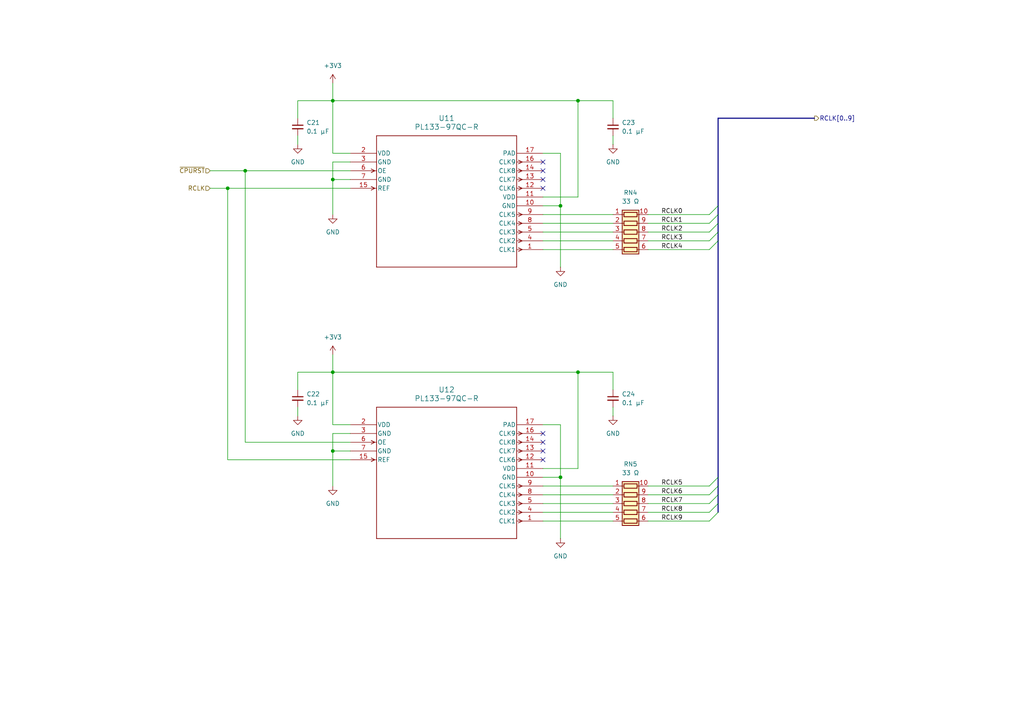
<source format=kicad_sch>
(kicad_sch (version 20231120) (generator "eeschema") (generator_version "8.0")
  (paper "A4")
  (title_block (title "RVFS RCLK Fanout") (date "2024-08-17") (rev "0.0.1") (comment 3 "RCLK is provided only to CPU slots.") (comment 4 "Clocks for (CPU) slots 0-9 are gated by the CPU reset signal."))
  (lib_symbols
    (symbol "Device:C_Small" (pin_numbers hide) (pin_names (offset 0.254) hide)
      (property "Reference" "C" (at 0.254 1.778 0))
      (property "Value" "C_Small" (at 0.254 -2.032 0))
      (symbol "C_Small_0_1"
        (polyline (pts (xy -1.524 -0.508) (xy 1.524 -0.508)) (stroke (width 0.3302)))
        (polyline (pts (xy -1.524 0.508) (xy 1.524 0.508)) (stroke (width 0.3048)))
      )
      (symbol "C_Small_1_1"
        (pin passive line (at 0 2.54 270) (length 2.032) (name "~") (number "1"))
        (pin passive line (at 0 -2.54 90) (length 2.032) (name "~") (number "2"))
      )
    )
    (symbol "Device:R_Pack05" (pin_names (offset 0) hide)
      (property "Reference" "RN" (at -7.62 0 90))
      (property "Value" "R_Pack05" (at 7.62 0 90))
      (symbol "R_Pack05_0_1"
        (rectangle (start -6.35 -2.413) (end 6.35 2.413) (stroke (width 0.254)) (fill (type background)))
        (rectangle (start -5.715 1.905) (end -4.445 -1.905) (stroke (width 0.254)))
        (rectangle (start -3.175 1.905) (end -1.905 -1.905) (stroke (width 0.254)))
        (rectangle (start -0.635 1.905) (end 0.635 -1.905) (stroke (width 0.254)))
        (polyline (pts (xy -5.08 -2.54) (xy -5.08 -1.905)))
        (polyline (pts (xy -5.08 1.905) (xy -5.08 2.54)))
        (polyline (pts (xy -2.54 -2.54) (xy -2.54 -1.905)))
        (polyline (pts (xy -2.54 1.905) (xy -2.54 2.54)))
        (polyline (pts (xy 0 -2.54) (xy 0 -1.905)))
        (polyline (pts (xy 0 1.905) (xy 0 2.54)))
        (polyline (pts (xy 2.54 -2.54) (xy 2.54 -1.905)))
        (polyline (pts (xy 2.54 1.905) (xy 2.54 2.54)))
        (polyline (pts (xy 5.08 -2.54) (xy 5.08 -1.905)))
        (polyline (pts (xy 5.08 1.905) (xy 5.08 2.54)))
        (rectangle (start 1.905 1.905) (end 3.175 -1.905) (stroke (width 0.254)))
        (rectangle (start 4.445 1.905) (end 5.715 -1.905) (stroke (width 0.254)))
      )
      (symbol "R_Pack05_1_1"
        (pin passive line (at -5.08 -5.08 90) (length 2.54) (name "R1.1") (number "1"))
        (pin passive line (at -5.08 5.08 270) (length 2.54) (name "R1.2") (number "10"))
        (pin passive line (at -2.54 -5.08 90) (length 2.54) (name "R2.1") (number "2"))
        (pin passive line (at 0 -5.08 90) (length 2.54) (name "R3.1") (number "3"))
        (pin passive line (at 2.54 -5.08 90) (length 2.54) (name "R4.1") (number "4"))
        (pin passive line (at 5.08 -5.08 90) (length 2.54) (name "R5.1") (number "5"))
        (pin passive line (at 5.08 5.08 270) (length 2.54) (name "R5.2") (number "6"))
        (pin passive line (at 2.54 5.08 270) (length 2.54) (name "R4.2") (number "7"))
        (pin passive line (at 0 5.08 270) (length 2.54) (name "R3.2") (number "8"))
        (pin passive line (at -2.54 5.08 270) (length 2.54) (name "R2.2") (number "9"))
      )
    )
    (symbol "PL133-97Qx:PL133-97QC-R" (pin_names (offset 0.254))
      (property "Reference" "U" (at 27.94 10.16 0))
      (property "Value" "PL133-97QC-R" (at 27.94 7.62 0))
      (symbol "PL133-97QC-R_0_1"
        (polyline (pts (xy 7.0993 -10.16) (xy 6.0579 -10.6807)) (stroke (width 0.2032)))
        (polyline (pts (xy 7.0993 -10.16) (xy 6.0579 -9.6393)) (stroke (width 0.2032)))
        (polyline (pts (xy 7.0993 -5.08) (xy 6.0579 -5.6007)) (stroke (width 0.2032)))
        (polyline (pts (xy 7.0993 -5.08) (xy 6.0579 -4.5593)) (stroke (width 0.2032)))
        (polyline (pts (xy 7.62 -33.02) (xy 48.26 -33.02)) (stroke (width 0.2032)))
        (polyline (pts (xy 7.62 5.08) (xy 7.62 -33.02)) (stroke (width 0.2032)))
        (polyline (pts (xy 48.26 -33.02) (xy 48.26 5.08)) (stroke (width 0.2032)))
        (polyline (pts (xy 48.26 5.08) (xy 7.62 5.08)) (stroke (width 0.2032)))
        (polyline (pts (xy 48.7807 -28.4607) (xy 49.8221 -27.94)) (stroke (width 0.2032)))
        (polyline (pts (xy 48.7807 -27.4193) (xy 49.8221 -27.94)) (stroke (width 0.2032)))
        (polyline (pts (xy 48.7807 -25.9207) (xy 49.8221 -25.4)) (stroke (width 0.2032)))
        (polyline (pts (xy 48.7807 -24.8793) (xy 49.8221 -25.4)) (stroke (width 0.2032)))
        (polyline (pts (xy 48.7807 -23.3807) (xy 49.8221 -22.86)) (stroke (width 0.2032)))
        (polyline (pts (xy 48.7807 -22.3393) (xy 49.8221 -22.86)) (stroke (width 0.2032)))
        (polyline (pts (xy 48.7807 -20.8407) (xy 49.8221 -20.32)) (stroke (width 0.2032)))
        (polyline (pts (xy 48.7807 -19.7993) (xy 49.8221 -20.32)) (stroke (width 0.2032)))
        (polyline (pts (xy 48.7807 -18.3007) (xy 49.8221 -17.78)) (stroke (width 0.2032)))
        (polyline (pts (xy 48.7807 -17.2593) (xy 49.8221 -17.78)) (stroke (width 0.2032)))
        (polyline (pts (xy 48.7807 -10.6807) (xy 49.8221 -10.16)) (stroke (width 0.2032)))
        (polyline (pts (xy 48.7807 -9.6393) (xy 49.8221 -10.16)) (stroke (width 0.2032)))
        (polyline (pts (xy 48.7807 -8.1407) (xy 49.8221 -7.62)) (stroke (width 0.2032)))
        (polyline (pts (xy 48.7807 -7.0993) (xy 49.8221 -7.62)) (stroke (width 0.2032)))
        (polyline (pts (xy 48.7807 -5.6007) (xy 49.8221 -5.08)) (stroke (width 0.2032)))
        (polyline (pts (xy 48.7807 -4.5593) (xy 49.8221 -5.08)) (stroke (width 0.2032)))
        (polyline (pts (xy 48.7807 -3.0607) (xy 49.8221 -2.54)) (stroke (width 0.2032)))
        (polyline (pts (xy 48.7807 -2.0193) (xy 49.8221 -2.54)) (stroke (width 0.2032)))
        (pin output line (at 55.88 -27.94 180) (length 7.62) (name "CLK1") (number "1"))
        (pin power_in line (at 55.88 -15.24 180) (length 7.62) (name "GND") (number "10"))
        (pin power_in line (at 55.88 -12.7 180) (length 7.62) (name "VDD") (number "11"))
        (pin output line (at 55.88 -10.16 180) (length 7.62) (name "CLK6") (number "12"))
        (pin output line (at 55.88 -7.62 180) (length 7.62) (name "CLK7") (number "13"))
        (pin output line (at 55.88 -5.08 180) (length 7.62) (name "CLK8") (number "14"))
        (pin input line (at 0 -10.16 0) (length 7.62) (name "REF") (number "15"))
        (pin output line (at 55.88 -2.54 180) (length 7.62) (name "CLK9") (number "16"))
        (pin power_in line (at 0 0 0) (length 7.62) (name "VDD") (number "2"))
        (pin power_in line (at 0 -2.54 0) (length 7.62) (name "GND") (number "3"))
        (pin output line (at 55.88 -25.4 180) (length 7.62) (name "CLK2") (number "4"))
        (pin output line (at 55.88 -22.86 180) (length 7.62) (name "CLK3") (number "5"))
        (pin input line (at 0 -5.08 0) (length 7.62) (name "OE") (number "6"))
        (pin power_in line (at 0 -7.62 0) (length 7.62) (name "GND") (number "7"))
        (pin output line (at 55.88 -20.32 180) (length 7.62) (name "CLK4") (number "8"))
        (pin output line (at 55.88 -17.78 180) (length 7.62) (name "CLK5") (number "9"))
      )
      (symbol "PL133-97QC-R_1_1"
        (pin power_in line (at 55.88 0 180) (length 7.62) (name "PAD") (number "17"))
      )
    )
    (symbol "power:+3V3" (power) (pin_numbers hide) (pin_names (offset 0) hide)
      (property "Value" "+3V3" (at 0 3.556 0))
      (symbol "+3V3_0_1"
        (polyline (pts (xy -0.762 1.27) (xy 0 2.54)))
        (polyline (pts (xy 0 0) (xy 0 2.54)))
        (polyline (pts (xy 0 2.54) (xy 0.762 1.27)))
      )
      (symbol "+3V3_1_1"
        (pin power_in line (at 0 0 90) (length 0) (name "~") (number "1"))
      )
    )
    (symbol "power:GND" (power) (pin_numbers hide) (pin_names (offset 0) hide)
      (property "Value" "GND" (at 0 -3.81 0))
      (symbol "GND_0_1"
        (polyline (pts (xy 0 0) (xy 0 -1.27) (xy 1.27 -1.27) (xy 0 -2.54) (xy -1.27 -1.27) (xy 0 -1.27)))
      )
      (symbol "GND_1_1"
        (pin power_in line (at 0 0 270) (length 0) (name "~") (number "1"))
      )
    )
  )
  (junction (at 162.56 59.69))
  (junction (at 167.64 107.95))
  (junction (at 96.52 29.21))
  (junction (at 71.12 49.53))
  (junction (at 167.64 29.21))
  (junction (at 96.52 107.95))
  (junction (at 66.04 54.61))
  (junction (at 162.56 138.43))
  (junction (at 96.52 52.07))
  (junction (at 96.52 130.81))
  (no_connect (at 157.48 46.99))
  (no_connect (at 157.48 130.81))
  (no_connect (at 157.48 49.53))
  (no_connect (at 157.48 125.73))
  (no_connect (at 157.48 52.07))
  (no_connect (at 157.48 128.27))
  (no_connect (at 157.48 133.35))
  (no_connect (at 157.48 54.61))
  (bus_entry (at 208.28 64.77) (size -2.54 2.54))
  (bus_entry (at 208.28 69.85) (size -2.54 2.54))
  (bus_entry (at 208.28 148.59) (size -2.54 2.54))
  (bus_entry (at 208.28 62.23) (size -2.54 2.54))
  (bus_entry (at 208.28 67.31) (size -2.54 2.54))
  (bus_entry (at 208.28 146.05) (size -2.54 2.54))
  (bus_entry (at 208.28 138.43) (size -2.54 2.54))
  (bus_entry (at 208.28 143.51) (size -2.54 2.54))
  (bus_entry (at 208.28 59.69) (size -2.54 2.54))
  (bus_entry (at 208.28 140.97) (size -2.54 2.54))
  (wire (pts (xy 96.52 52.07) (xy 96.52 62.23)))
  (wire (pts (xy 96.52 130.81) (xy 96.52 140.97)))
  (wire (pts (xy 60.96 49.53) (xy 71.12 49.53)))
  (bus (pts (xy 208.28 67.31) (xy 208.28 69.85)))
  (wire (pts (xy 157.48 72.39) (xy 177.8 72.39)))
  (wire (pts (xy 157.48 57.15) (xy 167.64 57.15)))
  (wire (pts (xy 96.52 107.95) (xy 96.52 123.19)))
  (wire (pts (xy 101.6 46.99) (xy 96.52 46.99)))
  (wire (pts (xy 96.52 107.95) (xy 86.36 107.95)))
  (wire (pts (xy 187.96 67.31) (xy 205.74 67.31)))
  (wire (pts (xy 96.52 46.99) (xy 96.52 52.07)))
  (wire (pts (xy 96.52 102.87) (xy 96.52 107.95)))
  (wire (pts (xy 162.56 123.19) (xy 162.56 138.43)))
  (wire (pts (xy 177.8 39.37) (xy 177.8 41.91)))
  (wire (pts (xy 96.52 52.07) (xy 101.6 52.07)))
  (bus (pts (xy 208.28 143.51) (xy 208.28 146.05)))
  (wire (pts (xy 86.36 39.37) (xy 86.36 41.91)))
  (wire (pts (xy 157.48 69.85) (xy 177.8 69.85)))
  (wire (pts (xy 101.6 123.19) (xy 96.52 123.19)))
  (wire (pts (xy 187.96 72.39) (xy 205.74 72.39)))
  (wire (pts (xy 157.48 123.19) (xy 162.56 123.19)))
  (wire (pts (xy 187.96 146.05) (xy 205.74 146.05)))
  (wire (pts (xy 187.96 69.85) (xy 205.74 69.85)))
  (wire (pts (xy 71.12 128.27) (xy 71.12 49.53)))
  (bus (pts (xy 208.28 138.43) (xy 208.28 140.97)))
  (wire (pts (xy 101.6 125.73) (xy 96.52 125.73)))
  (wire (pts (xy 162.56 138.43) (xy 162.56 156.21)))
  (wire (pts (xy 60.96 54.61) (xy 66.04 54.61)))
  (wire (pts (xy 187.96 151.13) (xy 205.74 151.13)))
  (wire (pts (xy 157.48 135.89) (xy 167.64 135.89)))
  (wire (pts (xy 177.8 107.95) (xy 177.8 113.03)))
  (wire (pts (xy 162.56 59.69) (xy 162.56 77.47)))
  (wire (pts (xy 157.48 151.13) (xy 177.8 151.13)))
  (wire (pts (xy 157.48 146.05) (xy 177.8 146.05)))
  (wire (pts (xy 157.48 138.43) (xy 162.56 138.43)))
  (wire (pts (xy 167.64 107.95) (xy 167.64 135.89)))
  (wire (pts (xy 157.48 143.51) (xy 177.8 143.51)))
  (bus (pts (xy 208.28 59.69) (xy 208.28 62.23)))
  (wire (pts (xy 157.48 59.69) (xy 162.56 59.69)))
  (bus (pts (xy 208.28 34.29) (xy 208.28 59.69)))
  (wire (pts (xy 96.52 24.13) (xy 96.52 29.21)))
  (wire (pts (xy 177.8 118.11) (xy 177.8 120.65)))
  (wire (pts (xy 66.04 133.35) (xy 101.6 133.35)))
  (wire (pts (xy 66.04 54.61) (xy 101.6 54.61)))
  (wire (pts (xy 157.48 67.31) (xy 177.8 67.31)))
  (wire (pts (xy 86.36 107.95) (xy 86.36 113.03)))
  (wire (pts (xy 187.96 140.97) (xy 205.74 140.97)))
  (wire (pts (xy 96.52 29.21) (xy 96.52 44.45)))
  (wire (pts (xy 167.64 29.21) (xy 167.64 57.15)))
  (wire (pts (xy 157.48 64.77) (xy 177.8 64.77)))
  (wire (pts (xy 96.52 125.73) (xy 96.52 130.81)))
  (wire (pts (xy 101.6 44.45) (xy 96.52 44.45)))
  (wire (pts (xy 157.48 44.45) (xy 162.56 44.45)))
  (wire (pts (xy 167.64 107.95) (xy 177.8 107.95)))
  (wire (pts (xy 187.96 64.77) (xy 205.74 64.77)))
  (wire (pts (xy 167.64 29.21) (xy 177.8 29.21)))
  (wire (pts (xy 66.04 54.61) (xy 66.04 133.35)))
  (wire (pts (xy 86.36 29.21) (xy 86.36 34.29)))
  (wire (pts (xy 187.96 62.23) (xy 205.74 62.23)))
  (wire (pts (xy 96.52 130.81) (xy 101.6 130.81)))
  (bus (pts (xy 208.28 69.85) (xy 208.28 138.43)))
  (bus (pts (xy 208.28 62.23) (xy 208.28 64.77)))
  (wire (pts (xy 96.52 107.95) (xy 167.64 107.95)))
  (wire (pts (xy 157.48 148.59) (xy 177.8 148.59)))
  (bus (pts (xy 236.22 34.29) (xy 208.28 34.29)))
  (bus (pts (xy 208.28 146.05) (xy 208.28 148.59)))
  (wire (pts (xy 187.96 148.59) (xy 205.74 148.59)))
  (wire (pts (xy 71.12 49.53) (xy 101.6 49.53)))
  (wire (pts (xy 177.8 29.21) (xy 177.8 34.29)))
  (bus (pts (xy 208.28 64.77) (xy 208.28 67.31)))
  (wire (pts (xy 101.6 128.27) (xy 71.12 128.27)))
  (wire (pts (xy 86.36 118.11) (xy 86.36 120.65)))
  (wire (pts (xy 157.48 140.97) (xy 177.8 140.97)))
  (wire (pts (xy 157.48 62.23) (xy 177.8 62.23)))
  (wire (pts (xy 162.56 44.45) (xy 162.56 59.69)))
  (wire (pts (xy 96.52 29.21) (xy 167.64 29.21)))
  (bus (pts (xy 208.28 140.97) (xy 208.28 143.51)))
  (wire (pts (xy 96.52 29.21) (xy 86.36 29.21)))
  (wire (pts (xy 187.96 143.51) (xy 205.74 143.51)))
  (label "RCLK0" (at 191.77 62.23 0))
  (label "RCLK2" (at 191.77 67.31 0))
  (label "RCLK9" (at 191.77 151.13 0))
  (label "RCLK5" (at 191.77 140.97 0))
  (label "RCLK7" (at 191.77 146.05 0))
  (label "RCLK3" (at 191.77 69.85 0))
  (label "RCLK1" (at 191.77 64.77 0))
  (label "RCLK6" (at 191.77 143.51 0))
  (label "RCLK4" (at 191.77 72.39 0))
  (label "RCLK8" (at 191.77 148.59 0))
  (hierarchical_label "RCLK" (shape input) (at 60.96 54.61 180))
  (hierarchical_label "~{CPURST}" (shape input) (at 60.96 49.53 180))
  (hierarchical_label "RCLK[0..9]" (shape output) (at 236.22 34.29 0))
  (symbol (lib_id "Device:R_Pack05") (at 182.88 146.05 270) (unit 1)
    (property "Reference" "RN5" (at 182.88 134.62 90))
    (property "Value" "33 Ω" (at 182.88 137.16 90))
    (property "Description" "5 resistor network, parallel topology" (effects (hide yes)))
  )
  (symbol (lib_id "power:GND") (at 86.36 41.91 0) (unit 1)
    (property "Reference" "#PWR0195" (effects (hide yes)))
    (property "Value" "GND" (at 86.36 46.99 0))
    (property "Description" "Power symbol creates a global label with name \"GND\" , ground" (effects (hide yes)))
  )
  (symbol (lib_id "power:GND") (at 96.52 140.97 0) (unit 1)
    (property "Reference" "#PWR0200" (effects (hide yes)))
    (property "Value" "GND" (at 96.52 146.05 0))
    (property "Description" "Power symbol creates a global label with name \"GND\" , ground" (effects (hide yes)))
  )
  (symbol (lib_id "PL133-97Qx:PL133-97QC-R") (at 101.6 44.45 0) (unit 1)
    (property "Reference" "U11" (at 129.54 34.29 0) (effects (font (size 1.524 1.524))))
    (property "Value" "PL133-97QC-R" (at 129.54 36.83 0) (effects (font (size 1.524 1.524))))
    (property "Footprint" "QFN-16_MCL" (effects (hide yes)))
    (property "Datasheet" "PL133-97QC-R" (effects (hide yes)))
  )
  (symbol (lib_id "Device:R_Pack05") (at 182.88 67.31 270) (unit 1)
    (property "Reference" "RN4" (at 182.88 55.88 90))
    (property "Value" "33 Ω" (at 182.88 58.42 90))
    (property "Description" "5 resistor network, parallel topology" (effects (hide yes)))
  )
  (symbol (lib_id "power:+3V3") (at 96.52 24.13 0) (unit 1)
    (property "Reference" "#PWR0197" (effects (hide yes)))
    (property "Value" "+3V3" (at 96.52 19.05 0))
    (property "Description" "Power symbol creates a global label with name \"+3V3\"" (effects (hide yes)))
  )
  (symbol (lib_id "power:GND") (at 162.56 77.47 0) (unit 1)
    (property "Reference" "#PWR0201" (effects (hide yes)))
    (property "Value" "GND" (at 162.56 82.55 0))
    (property "Description" "Power symbol creates a global label with name \"GND\" , ground" (effects (hide yes)))
  )
  (symbol (lib_id "power:GND") (at 162.56 156.21 0) (unit 1)
    (property "Reference" "#PWR0202" (effects (hide yes)))
    (property "Value" "GND" (at 162.56 161.29 0))
    (property "Description" "Power symbol creates a global label with name \"GND\" , ground" (effects (hide yes)))
  )
  (symbol (lib_id "Device:C_Small") (at 177.8 115.57 0) (unit 1)
    (property "Reference" "C24" (at 180.34 114.3062 0) (effects (justify left)))
    (property "Value" "0.1 µF" (at 180.34 116.8462 0) (effects (justify left)))
    (property "Description" "Unpolarized capacitor, small symbol" (effects (hide yes)))
  )
  (symbol (lib_id "Device:C_Small") (at 86.36 36.83 0) (unit 1)
    (property "Reference" "C21" (at 88.9 35.5662 0) (effects (justify left)))
    (property "Value" "0.1 µF" (at 88.9 38.1062 0) (effects (justify left)))
    (property "Description" "Unpolarized capacitor, small symbol" (effects (hide yes)))
  )
  (symbol (lib_id "power:GND") (at 86.36 120.65 0) (unit 1)
    (property "Reference" "#PWR0196" (effects (hide yes)))
    (property "Value" "GND" (at 86.36 125.73 0))
    (property "Description" "Power symbol creates a global label with name \"GND\" , ground" (effects (hide yes)))
  )
  (symbol (lib_id "power:GND") (at 96.52 62.23 0) (unit 1)
    (property "Reference" "#PWR0198" (effects (hide yes)))
    (property "Value" "GND" (at 96.52 67.31 0))
    (property "Description" "Power symbol creates a global label with name \"GND\" , ground" (effects (hide yes)))
  )
  (symbol (lib_id "Device:C_Small") (at 177.8 36.83 0) (unit 1)
    (property "Reference" "C23" (at 180.34 35.5662 0) (effects (justify left)))
    (property "Value" "0.1 µF" (at 180.34 38.1062 0) (effects (justify left)))
    (property "Description" "Unpolarized capacitor, small symbol" (effects (hide yes)))
  )
  (symbol (lib_id "power:+3V3") (at 96.52 102.87 0) (unit 1)
    (property "Reference" "#PWR0199" (effects (hide yes)))
    (property "Value" "+3V3" (at 96.52 97.79 0))
    (property "Description" "Power symbol creates a global label with name \"+3V3\"" (effects (hide yes)))
  )
  (symbol (lib_id "Device:C_Small") (at 86.36 115.57 0) (unit 1)
    (property "Reference" "C22" (at 88.9 114.3062 0) (effects (justify left)))
    (property "Value" "0.1 µF" (at 88.9 116.8462 0) (effects (justify left)))
    (property "Description" "Unpolarized capacitor, small symbol" (effects (hide yes)))
  )
  (symbol (lib_id "PL133-97Qx:PL133-97QC-R") (at 101.6 123.19 0) (unit 1)
    (property "Reference" "U12" (at 129.54 113.03 0) (effects (font (size 1.524 1.524))))
    (property "Value" "PL133-97QC-R" (at 129.54 115.57 0) (effects (font (size 1.524 1.524))))
    (property "Footprint" "QFN-16_MCL" (effects (hide yes)))
    (property "Datasheet" "PL133-97QC-R" (effects (hide yes)))
  )
  (symbol (lib_id "power:GND") (at 177.8 120.65 0) (unit 1)
    (property "Reference" "#PWR0204" (effects (hide yes)))
    (property "Value" "GND" (at 177.8 125.73 0))
    (property "Description" "Power symbol creates a global label with name \"GND\" , ground" (effects (hide yes)))
  )
  (symbol (lib_id "power:GND") (at 177.8 41.91 0) (unit 1)
    (property "Reference" "#PWR0203" (effects (hide yes)))
    (property "Value" "GND" (at 177.8 46.99 0))
    (property "Description" "Power symbol creates a global label with name \"GND\" , ground" (effects (hide yes)))
  )
)
</source>
